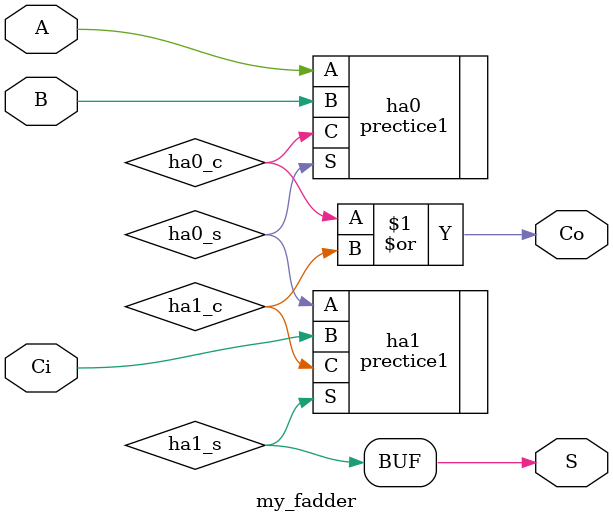
<source format=v>
`timescale 1ns / 1ps


module my_fadder(
    input A,
    input B,
    input Ci,
    output S,
    output Co
    );
    
wire ha0_s, ha0_c;
wire ha1_s, ha1_c;

assign S = ha1_s;
assign Co = ha0_c | ha1_c;

prectice1 ha0(
    .A (A),
    .B (B),
    .S (ha0_s),
    .C (ha0_c)
    );

prectice1 ha1(
    .A (ha0_s),
    .B (Ci),
    .S (ha1_s),
    .C (ha1_c)
    );

endmodule

</source>
